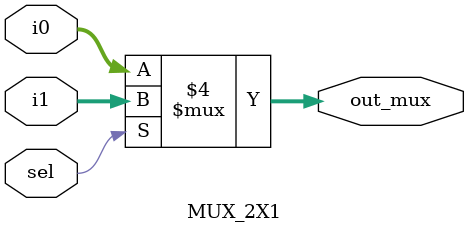
<source format=v>
module MUX_2X1 #(parameter BITS=3/*desafio*/)(

//input data
input [BITS-1:0] i0,
input [BITS-1:0] i1,
input sel,

//output signal
output reg [BITS-1:0] out_mux);
	always@(*)
		if(sel == 0)
			out_mux= i0;
		else
			out_mux = i1;
	
endmodule

</source>
